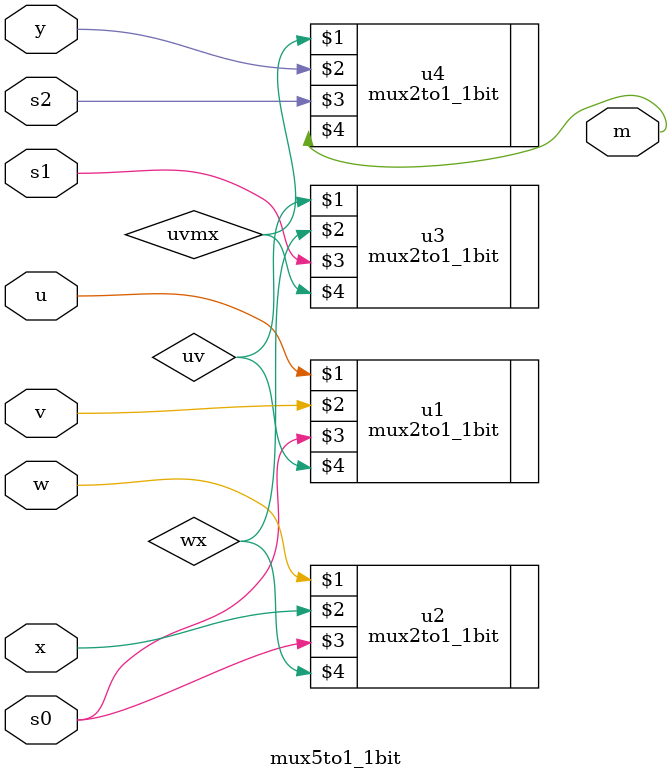
<source format=v>
module mux5to1_1bit(
	input u,v,w,x,y,
	input s0,s1,s2,
	output m
);
	wire uv,wx,uvmx;
	mux2to1_1bit u1 (u,v,s0,uv);
	mux2to1_1bit u2 (w,x,s0,wx);
	mux2to1_1bit u3 (uv,wx,s1,uvmx);
	mux2to1_1bit u4 (uvmx,y,s2,m);
endmodule
</source>
